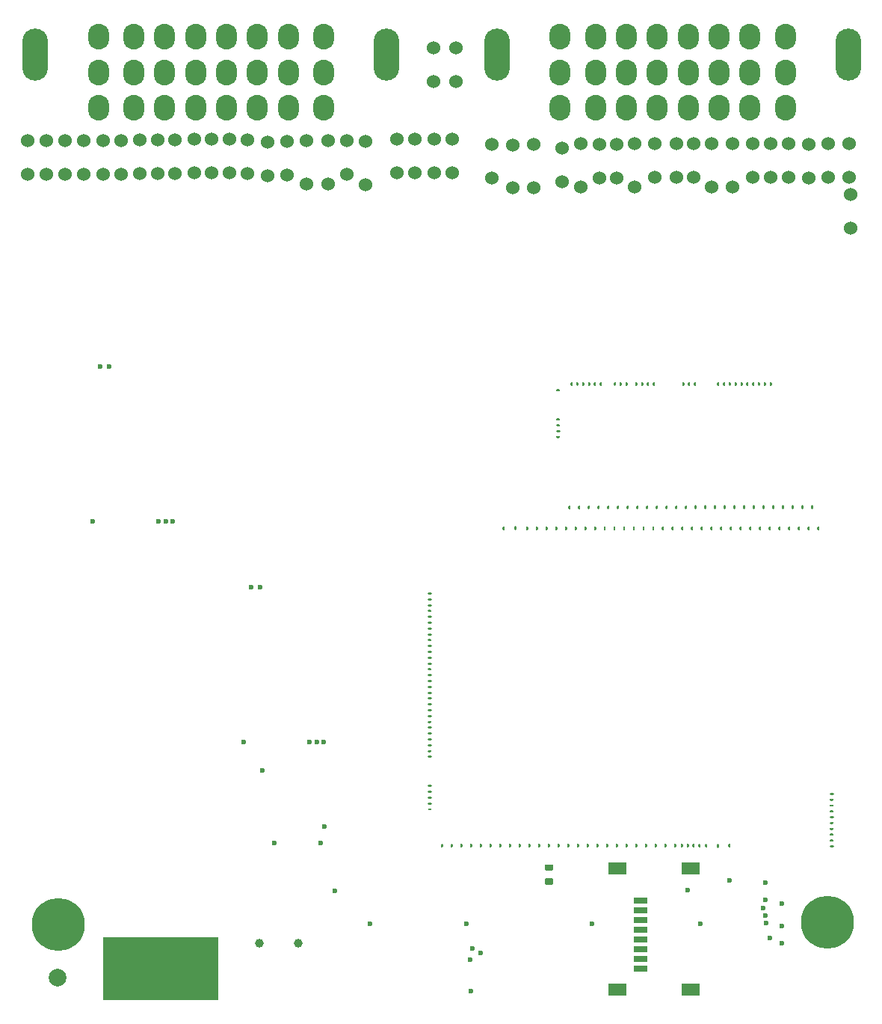
<source format=gbs>
G04 #@! TF.GenerationSoftware,KiCad,Pcbnew,(6.0.1)*
G04 #@! TF.CreationDate,2022-07-23T16:35:50+03:00*
G04 #@! TF.ProjectId,alphax_4ch,616c7068-6178-45f3-9463-682e6b696361,a*
G04 #@! TF.SameCoordinates,PX141f5e0PYa2cace0*
G04 #@! TF.FileFunction,Soldermask,Bot*
G04 #@! TF.FilePolarity,Negative*
%FSLAX46Y46*%
G04 Gerber Fmt 4.6, Leading zero omitted, Abs format (unit mm)*
G04 Created by KiCad (PCBNEW (6.0.1)) date 2022-07-23 16:35:50*
%MOMM*%
%LPD*%
G01*
G04 APERTURE LIST*
%ADD10C,0.120000*%
%ADD11R,1.500000X0.800000*%
%ADD12R,2.000000X1.450000*%
%ADD13C,0.599999*%
%ADD14C,1.524000*%
%ADD15C,6.000000*%
%ADD16O,2.900000X5.900000*%
%ADD17O,2.400000X2.900000*%
%ADD18C,1.000000*%
%ADD19C,2.000000*%
G04 APERTURE END LIST*
D10*
G04 #@! TO.C,U4*
X9850000Y200000D02*
X9850000Y7200000D01*
X9850000Y7200000D02*
X22850000Y7200000D01*
X22850000Y7200000D02*
X22850000Y200000D01*
X22850000Y200000D02*
X9850000Y200000D01*
G36*
X22850000Y200000D02*
G01*
X9850000Y200000D01*
X9850000Y7200000D01*
X22850000Y7200000D01*
X22850000Y200000D01*
G37*
X22850000Y200000D02*
X9850000Y200000D01*
X9850000Y7200000D01*
X22850000Y7200000D01*
X22850000Y200000D01*
G04 #@! TD*
G04 #@! TO.C,R96*
G36*
G01*
X60780000Y13150000D02*
X60000000Y13150000D01*
G75*
G02*
X59930000Y13220000I0J70000D01*
G01*
X59930000Y13780000D01*
G75*
G02*
X60000000Y13850000I70000J0D01*
G01*
X60780000Y13850000D01*
G75*
G02*
X60850000Y13780000I0J-70000D01*
G01*
X60850000Y13220000D01*
G75*
G02*
X60780000Y13150000I-70000J0D01*
G01*
G37*
G36*
G01*
X60780000Y14750000D02*
X60000000Y14750000D01*
G75*
G02*
X59930000Y14820000I0J70000D01*
G01*
X59930000Y15380000D01*
G75*
G02*
X60000000Y15450000I70000J0D01*
G01*
X60780000Y15450000D01*
G75*
G02*
X60850000Y15380000I0J-70000D01*
G01*
X60850000Y14820000D01*
G75*
G02*
X60780000Y14750000I-70000J0D01*
G01*
G37*
G04 #@! TD*
D11*
G04 #@! TO.C,J9*
X70770000Y11310000D03*
X70770000Y10210000D03*
X70770000Y9110000D03*
X70770000Y8010000D03*
X70770000Y6910000D03*
X70770000Y5810000D03*
X70770000Y4710000D03*
X70770000Y3610000D03*
D12*
X68170000Y14985000D03*
X76470000Y14985000D03*
X76470000Y1235000D03*
X68170000Y1235000D03*
G04 #@! TD*
D13*
G04 #@! TO.C,M4*
X84894889Y11474986D03*
X86729899Y11049978D03*
X84679891Y10499981D03*
X84894886Y9625022D03*
X84969893Y8774999D03*
X86729899Y8449983D03*
X85419899Y7150016D03*
X86729899Y6499999D03*
X80804884Y13675002D03*
X84879890Y13375000D03*
G04 #@! TD*
D14*
G04 #@! TO.C,R8*
X76750000Y93245000D03*
X76750000Y97055000D03*
G04 #@! TD*
D15*
G04 #@! TO.C,J8*
X4803000Y8619000D03*
G04 #@! TD*
D14*
G04 #@! TO.C,R59*
X45200000Y97505000D03*
X45200000Y93695000D03*
G04 #@! TD*
G04 #@! TO.C,R9*
X74800000Y93245000D03*
X74800000Y97055000D03*
G04 #@! TD*
G04 #@! TO.C,R68*
X24200000Y93695000D03*
X24200000Y97505000D03*
G04 #@! TD*
G04 #@! TO.C,F4*
X63950000Y97000000D03*
X63950000Y92100000D03*
G04 #@! TD*
G04 #@! TO.C,R91*
X94580000Y87485000D03*
X94580000Y91295000D03*
G04 #@! TD*
G04 #@! TO.C,M5*
G36*
G01*
X61299998Y63946477D02*
X61549998Y63946477D01*
G75*
G02*
X61674998Y63821477I0J-125000D01*
G01*
X61674998Y63821477D01*
G75*
G02*
X61549998Y63696477I-125000J0D01*
G01*
X61299998Y63696477D01*
G75*
G02*
X61174998Y63821477I0J125000D01*
G01*
X61174998Y63821477D01*
G75*
G02*
X61299998Y63946477I125000J0D01*
G01*
G37*
G36*
G01*
X61299998Y64606478D02*
X61549998Y64606478D01*
G75*
G02*
X61674998Y64481478I0J-125000D01*
G01*
X61674998Y64481478D01*
G75*
G02*
X61549998Y64356478I-125000J0D01*
G01*
X61299998Y64356478D01*
G75*
G02*
X61174998Y64481478I0J125000D01*
G01*
X61174998Y64481478D01*
G75*
G02*
X61299998Y64606478I125000J0D01*
G01*
G37*
G36*
G01*
X61299998Y65266479D02*
X61549998Y65266479D01*
G75*
G02*
X61674998Y65141479I0J-125000D01*
G01*
X61674998Y65141479D01*
G75*
G02*
X61549998Y65016479I-125000J0D01*
G01*
X61299998Y65016479D01*
G75*
G02*
X61174998Y65141479I0J125000D01*
G01*
X61174998Y65141479D01*
G75*
G02*
X61299998Y65266479I125000J0D01*
G01*
G37*
G36*
G01*
X61299998Y65926480D02*
X61549998Y65926480D01*
G75*
G02*
X61674998Y65801480I0J-125000D01*
G01*
X61674998Y65801480D01*
G75*
G02*
X61549998Y65676480I-125000J0D01*
G01*
X61299998Y65676480D01*
G75*
G02*
X61174998Y65801480I0J125000D01*
G01*
X61174998Y65801480D01*
G75*
G02*
X61299998Y65926480I125000J0D01*
G01*
G37*
G36*
G01*
X61299998Y69226487D02*
X61549998Y69226487D01*
G75*
G02*
X61674998Y69101487I0J-125000D01*
G01*
X61674998Y69101487D01*
G75*
G02*
X61549998Y68976487I-125000J0D01*
G01*
X61299998Y68976487D01*
G75*
G02*
X61174998Y69101487I0J125000D01*
G01*
X61174998Y69101487D01*
G75*
G02*
X61299998Y69226487I125000J0D01*
G01*
G37*
G36*
G01*
X90070000Y55727684D02*
X90070000Y55977684D01*
G75*
G02*
X90195000Y56102684I125000J0D01*
G01*
X90195000Y56102684D01*
G75*
G02*
X90320000Y55977684I0J-125000D01*
G01*
X90320000Y55727684D01*
G75*
G02*
X90195000Y55602684I-125000J0D01*
G01*
X90195000Y55602684D01*
G75*
G02*
X90070000Y55727684I0J125000D01*
G01*
G37*
G36*
G01*
X89219996Y55977684D02*
X89219996Y55727684D01*
G75*
G02*
X89094996Y55602684I-125000J0D01*
G01*
X89094996Y55602684D01*
G75*
G02*
X88969996Y55727684I0J125000D01*
G01*
X88969996Y55977684D01*
G75*
G02*
X89094996Y56102684I125000J0D01*
G01*
X89094996Y56102684D01*
G75*
G02*
X89219996Y55977684I0J-125000D01*
G01*
G37*
G36*
G01*
X88119995Y55977684D02*
X88119995Y55727684D01*
G75*
G02*
X87994995Y55602684I-125000J0D01*
G01*
X87994995Y55602684D01*
G75*
G02*
X87869995Y55727684I0J125000D01*
G01*
X87869995Y55977684D01*
G75*
G02*
X87994995Y56102684I125000J0D01*
G01*
X87994995Y56102684D01*
G75*
G02*
X88119995Y55977684I0J-125000D01*
G01*
G37*
G36*
G01*
X87019998Y55977684D02*
X87019998Y55727684D01*
G75*
G02*
X86894998Y55602684I-125000J0D01*
G01*
X86894998Y55602684D01*
G75*
G02*
X86769998Y55727684I0J125000D01*
G01*
X86769998Y55977684D01*
G75*
G02*
X86894998Y56102684I125000J0D01*
G01*
X86894998Y56102684D01*
G75*
G02*
X87019998Y55977684I0J-125000D01*
G01*
G37*
G36*
G01*
X85920000Y55977684D02*
X85920000Y55727684D01*
G75*
G02*
X85795000Y55602684I-125000J0D01*
G01*
X85795000Y55602684D01*
G75*
G02*
X85670000Y55727684I0J125000D01*
G01*
X85670000Y55977684D01*
G75*
G02*
X85795000Y56102684I125000J0D01*
G01*
X85795000Y56102684D01*
G75*
G02*
X85920000Y55977684I0J-125000D01*
G01*
G37*
G36*
G01*
X84820002Y55977684D02*
X84820002Y55727684D01*
G75*
G02*
X84695002Y55602684I-125000J0D01*
G01*
X84695002Y55602684D01*
G75*
G02*
X84570002Y55727684I0J125000D01*
G01*
X84570002Y55977684D01*
G75*
G02*
X84695002Y56102684I125000J0D01*
G01*
X84695002Y56102684D01*
G75*
G02*
X84820002Y55977684I0J-125000D01*
G01*
G37*
G36*
G01*
X83720004Y55977684D02*
X83720004Y55727684D01*
G75*
G02*
X83595004Y55602684I-125000J0D01*
G01*
X83595004Y55602684D01*
G75*
G02*
X83470004Y55727684I0J125000D01*
G01*
X83470004Y55977684D01*
G75*
G02*
X83595004Y56102684I125000J0D01*
G01*
X83595004Y56102684D01*
G75*
G02*
X83720004Y55977684I0J-125000D01*
G01*
G37*
G36*
G01*
X82620006Y55977684D02*
X82620006Y55727684D01*
G75*
G02*
X82495006Y55602684I-125000J0D01*
G01*
X82495006Y55602684D01*
G75*
G02*
X82370006Y55727684I0J125000D01*
G01*
X82370006Y55977684D01*
G75*
G02*
X82495006Y56102684I125000J0D01*
G01*
X82495006Y56102684D01*
G75*
G02*
X82620006Y55977684I0J-125000D01*
G01*
G37*
G36*
G01*
X81520009Y55977684D02*
X81520009Y55727684D01*
G75*
G02*
X81395009Y55602684I-125000J0D01*
G01*
X81395009Y55602684D01*
G75*
G02*
X81270009Y55727684I0J125000D01*
G01*
X81270009Y55977684D01*
G75*
G02*
X81395009Y56102684I125000J0D01*
G01*
X81395009Y56102684D01*
G75*
G02*
X81520009Y55977684I0J-125000D01*
G01*
G37*
G36*
G01*
X80420011Y55977684D02*
X80420011Y55727684D01*
G75*
G02*
X80295011Y55602684I-125000J0D01*
G01*
X80295011Y55602684D01*
G75*
G02*
X80170011Y55727684I0J125000D01*
G01*
X80170011Y55977684D01*
G75*
G02*
X80295011Y56102684I125000J0D01*
G01*
X80295011Y56102684D01*
G75*
G02*
X80420011Y55977684I0J-125000D01*
G01*
G37*
G36*
G01*
X79320013Y55977684D02*
X79320013Y55727684D01*
G75*
G02*
X79195013Y55602684I-125000J0D01*
G01*
X79195013Y55602684D01*
G75*
G02*
X79070013Y55727684I0J125000D01*
G01*
X79070013Y55977684D01*
G75*
G02*
X79195013Y56102684I125000J0D01*
G01*
X79195013Y56102684D01*
G75*
G02*
X79320013Y55977684I0J-125000D01*
G01*
G37*
G36*
G01*
X78220015Y55977684D02*
X78220015Y55727684D01*
G75*
G02*
X78095015Y55602684I-125000J0D01*
G01*
X78095015Y55602684D01*
G75*
G02*
X77970015Y55727684I0J125000D01*
G01*
X77970015Y55977684D01*
G75*
G02*
X78095015Y56102684I125000J0D01*
G01*
X78095015Y56102684D01*
G75*
G02*
X78220015Y55977684I0J-125000D01*
G01*
G37*
G36*
G01*
X77120017Y55977684D02*
X77120017Y55727684D01*
G75*
G02*
X76995017Y55602684I-125000J0D01*
G01*
X76995017Y55602684D01*
G75*
G02*
X76870017Y55727684I0J125000D01*
G01*
X76870017Y55977684D01*
G75*
G02*
X76995017Y56102684I125000J0D01*
G01*
X76995017Y56102684D01*
G75*
G02*
X77120017Y55977684I0J-125000D01*
G01*
G37*
G36*
G01*
X76020020Y55977684D02*
X76020020Y55727684D01*
G75*
G02*
X75895020Y55602684I-125000J0D01*
G01*
X75895020Y55602684D01*
G75*
G02*
X75770020Y55727684I0J125000D01*
G01*
X75770020Y55977684D01*
G75*
G02*
X75895020Y56102684I125000J0D01*
G01*
X75895020Y56102684D01*
G75*
G02*
X76020020Y55977684I0J-125000D01*
G01*
G37*
G36*
G01*
X74920022Y55977684D02*
X74920022Y55727684D01*
G75*
G02*
X74795022Y55602684I-125000J0D01*
G01*
X74795022Y55602684D01*
G75*
G02*
X74670022Y55727684I0J125000D01*
G01*
X74670022Y55977684D01*
G75*
G02*
X74795022Y56102684I125000J0D01*
G01*
X74795022Y56102684D01*
G75*
G02*
X74920022Y55977684I0J-125000D01*
G01*
G37*
G36*
G01*
X73820024Y55977684D02*
X73820024Y55727684D01*
G75*
G02*
X73695024Y55602684I-125000J0D01*
G01*
X73695024Y55602684D01*
G75*
G02*
X73570024Y55727684I0J125000D01*
G01*
X73570024Y55977684D01*
G75*
G02*
X73695024Y56102684I125000J0D01*
G01*
X73695024Y56102684D01*
G75*
G02*
X73820024Y55977684I0J-125000D01*
G01*
G37*
G36*
G01*
X72720026Y55977684D02*
X72720026Y55727684D01*
G75*
G02*
X72595026Y55602684I-125000J0D01*
G01*
X72595026Y55602684D01*
G75*
G02*
X72470026Y55727684I0J125000D01*
G01*
X72470026Y55977684D01*
G75*
G02*
X72595026Y56102684I125000J0D01*
G01*
X72595026Y56102684D01*
G75*
G02*
X72720026Y55977684I0J-125000D01*
G01*
G37*
G36*
G01*
X71620028Y55977684D02*
X71620028Y55727684D01*
G75*
G02*
X71495028Y55602684I-125000J0D01*
G01*
X71495028Y55602684D01*
G75*
G02*
X71370028Y55727684I0J125000D01*
G01*
X71370028Y55977684D01*
G75*
G02*
X71495028Y56102684I125000J0D01*
G01*
X71495028Y56102684D01*
G75*
G02*
X71620028Y55977684I0J-125000D01*
G01*
G37*
G36*
G01*
X70520031Y55977684D02*
X70520031Y55727684D01*
G75*
G02*
X70395031Y55602684I-125000J0D01*
G01*
X70395031Y55602684D01*
G75*
G02*
X70270031Y55727684I0J125000D01*
G01*
X70270031Y55977684D01*
G75*
G02*
X70395031Y56102684I125000J0D01*
G01*
X70395031Y56102684D01*
G75*
G02*
X70520031Y55977684I0J-125000D01*
G01*
G37*
G36*
G01*
X69420033Y55977684D02*
X69420033Y55727684D01*
G75*
G02*
X69295033Y55602684I-125000J0D01*
G01*
X69295033Y55602684D01*
G75*
G02*
X69170033Y55727684I0J125000D01*
G01*
X69170033Y55977684D01*
G75*
G02*
X69295033Y56102684I125000J0D01*
G01*
X69295033Y56102684D01*
G75*
G02*
X69420033Y55977684I0J-125000D01*
G01*
G37*
G36*
G01*
X68320035Y55977684D02*
X68320035Y55727684D01*
G75*
G02*
X68195035Y55602684I-125000J0D01*
G01*
X68195035Y55602684D01*
G75*
G02*
X68070035Y55727684I0J125000D01*
G01*
X68070035Y55977684D01*
G75*
G02*
X68195035Y56102684I125000J0D01*
G01*
X68195035Y56102684D01*
G75*
G02*
X68320035Y55977684I0J-125000D01*
G01*
G37*
G36*
G01*
X67220037Y55977684D02*
X67220037Y55727684D01*
G75*
G02*
X67095037Y55602684I-125000J0D01*
G01*
X67095037Y55602684D01*
G75*
G02*
X66970037Y55727684I0J125000D01*
G01*
X66970037Y55977684D01*
G75*
G02*
X67095037Y56102684I125000J0D01*
G01*
X67095037Y56102684D01*
G75*
G02*
X67220037Y55977684I0J-125000D01*
G01*
G37*
G36*
G01*
X66120039Y55977684D02*
X66120039Y55727684D01*
G75*
G02*
X65995039Y55602684I-125000J0D01*
G01*
X65995039Y55602684D01*
G75*
G02*
X65870039Y55727684I0J125000D01*
G01*
X65870039Y55977684D01*
G75*
G02*
X65995039Y56102684I125000J0D01*
G01*
X65995039Y56102684D01*
G75*
G02*
X66120039Y55977684I0J-125000D01*
G01*
G37*
G36*
G01*
X65020042Y55977684D02*
X65020042Y55727684D01*
G75*
G02*
X64895042Y55602684I-125000J0D01*
G01*
X64895042Y55602684D01*
G75*
G02*
X64770042Y55727684I0J125000D01*
G01*
X64770042Y55977684D01*
G75*
G02*
X64895042Y56102684I125000J0D01*
G01*
X64895042Y56102684D01*
G75*
G02*
X65020042Y55977684I0J-125000D01*
G01*
G37*
G36*
G01*
X63920044Y55977684D02*
X63920044Y55727684D01*
G75*
G02*
X63795044Y55602684I-125000J0D01*
G01*
X63795044Y55602684D01*
G75*
G02*
X63670044Y55727684I0J125000D01*
G01*
X63670044Y55977684D01*
G75*
G02*
X63795044Y56102684I125000J0D01*
G01*
X63795044Y56102684D01*
G75*
G02*
X63920044Y55977684I0J-125000D01*
G01*
G37*
G36*
G01*
X62820046Y55977684D02*
X62820046Y55727684D01*
G75*
G02*
X62695046Y55602684I-125000J0D01*
G01*
X62695046Y55602684D01*
G75*
G02*
X62570046Y55727684I0J125000D01*
G01*
X62570046Y55977684D01*
G75*
G02*
X62695046Y56102684I125000J0D01*
G01*
X62695046Y56102684D01*
G75*
G02*
X62820046Y55977684I0J-125000D01*
G01*
G37*
G36*
G01*
X63070990Y69939683D02*
X63070990Y69689683D01*
G75*
G02*
X62945990Y69564683I-125000J0D01*
G01*
X62945990Y69564683D01*
G75*
G02*
X62820990Y69689683I0J125000D01*
G01*
X62820990Y69939683D01*
G75*
G02*
X62945990Y70064683I125000J0D01*
G01*
X62945990Y70064683D01*
G75*
G02*
X63070990Y69939683I0J-125000D01*
G01*
G37*
G36*
G01*
X63730992Y69939683D02*
X63730992Y69689683D01*
G75*
G02*
X63605992Y69564683I-125000J0D01*
G01*
X63605992Y69564683D01*
G75*
G02*
X63480992Y69689683I0J125000D01*
G01*
X63480992Y69939683D01*
G75*
G02*
X63605992Y70064683I125000J0D01*
G01*
X63605992Y70064683D01*
G75*
G02*
X63730992Y69939683I0J-125000D01*
G01*
G37*
G36*
G01*
X64390993Y69939683D02*
X64390993Y69689683D01*
G75*
G02*
X64265993Y69564683I-125000J0D01*
G01*
X64265993Y69564683D01*
G75*
G02*
X64140993Y69689683I0J125000D01*
G01*
X64140993Y69939683D01*
G75*
G02*
X64265993Y70064683I125000J0D01*
G01*
X64265993Y70064683D01*
G75*
G02*
X64390993Y69939683I0J-125000D01*
G01*
G37*
G36*
G01*
X65050994Y69939683D02*
X65050994Y69689683D01*
G75*
G02*
X64925994Y69564683I-125000J0D01*
G01*
X64925994Y69564683D01*
G75*
G02*
X64800994Y69689683I0J125000D01*
G01*
X64800994Y69939683D01*
G75*
G02*
X64925994Y70064683I125000J0D01*
G01*
X64925994Y70064683D01*
G75*
G02*
X65050994Y69939683I0J-125000D01*
G01*
G37*
G36*
G01*
X65710995Y69939683D02*
X65710995Y69689683D01*
G75*
G02*
X65585995Y69564683I-125000J0D01*
G01*
X65585995Y69564683D01*
G75*
G02*
X65460995Y69689683I0J125000D01*
G01*
X65460995Y69939683D01*
G75*
G02*
X65585995Y70064683I125000J0D01*
G01*
X65585995Y70064683D01*
G75*
G02*
X65710995Y69939683I0J-125000D01*
G01*
G37*
G36*
G01*
X66370997Y69939683D02*
X66370997Y69689683D01*
G75*
G02*
X66245997Y69564683I-125000J0D01*
G01*
X66245997Y69564683D01*
G75*
G02*
X66120997Y69689683I0J125000D01*
G01*
X66120997Y69939683D01*
G75*
G02*
X66245997Y70064683I125000J0D01*
G01*
X66245997Y70064683D01*
G75*
G02*
X66370997Y69939683I0J-125000D01*
G01*
G37*
G36*
G01*
X67971994Y69939683D02*
X67971994Y69689683D01*
G75*
G02*
X67846994Y69564683I-125000J0D01*
G01*
X67846994Y69564683D01*
G75*
G02*
X67721994Y69689683I0J125000D01*
G01*
X67721994Y69939683D01*
G75*
G02*
X67846994Y70064683I125000J0D01*
G01*
X67846994Y70064683D01*
G75*
G02*
X67971994Y69939683I0J-125000D01*
G01*
G37*
G36*
G01*
X68631995Y69939683D02*
X68631995Y69689683D01*
G75*
G02*
X68506995Y69564683I-125000J0D01*
G01*
X68506995Y69564683D01*
G75*
G02*
X68381995Y69689683I0J125000D01*
G01*
X68381995Y69939683D01*
G75*
G02*
X68506995Y70064683I125000J0D01*
G01*
X68506995Y70064683D01*
G75*
G02*
X68631995Y69939683I0J-125000D01*
G01*
G37*
G36*
G01*
X69291997Y69939683D02*
X69291997Y69689683D01*
G75*
G02*
X69166997Y69564683I-125000J0D01*
G01*
X69166997Y69564683D01*
G75*
G02*
X69041997Y69689683I0J125000D01*
G01*
X69041997Y69939683D01*
G75*
G02*
X69166997Y70064683I125000J0D01*
G01*
X69166997Y70064683D01*
G75*
G02*
X69291997Y69939683I0J-125000D01*
G01*
G37*
G36*
G01*
X70412896Y69939683D02*
X70412896Y69689683D01*
G75*
G02*
X70287896Y69564683I-125000J0D01*
G01*
X70287896Y69564683D01*
G75*
G02*
X70162896Y69689683I0J125000D01*
G01*
X70162896Y69939683D01*
G75*
G02*
X70287896Y70064683I125000J0D01*
G01*
X70287896Y70064683D01*
G75*
G02*
X70412896Y69939683I0J-125000D01*
G01*
G37*
G36*
G01*
X71072897Y69939683D02*
X71072897Y69689683D01*
G75*
G02*
X70947897Y69564683I-125000J0D01*
G01*
X70947897Y69564683D01*
G75*
G02*
X70822897Y69689683I0J125000D01*
G01*
X70822897Y69939683D01*
G75*
G02*
X70947897Y70064683I125000J0D01*
G01*
X70947897Y70064683D01*
G75*
G02*
X71072897Y69939683I0J-125000D01*
G01*
G37*
G36*
G01*
X71732898Y69939683D02*
X71732898Y69689683D01*
G75*
G02*
X71607898Y69564683I-125000J0D01*
G01*
X71607898Y69564683D01*
G75*
G02*
X71482898Y69689683I0J125000D01*
G01*
X71482898Y69939683D01*
G75*
G02*
X71607898Y70064683I125000J0D01*
G01*
X71607898Y70064683D01*
G75*
G02*
X71732898Y69939683I0J-125000D01*
G01*
G37*
G36*
G01*
X72392900Y69939683D02*
X72392900Y69689683D01*
G75*
G02*
X72267900Y69564683I-125000J0D01*
G01*
X72267900Y69564683D01*
G75*
G02*
X72142900Y69689683I0J125000D01*
G01*
X72142900Y69939683D01*
G75*
G02*
X72267900Y70064683I125000J0D01*
G01*
X72267900Y70064683D01*
G75*
G02*
X72392900Y69939683I0J-125000D01*
G01*
G37*
G36*
G01*
X75718994Y69939683D02*
X75718994Y69689683D01*
G75*
G02*
X75593994Y69564683I-125000J0D01*
G01*
X75593994Y69564683D01*
G75*
G02*
X75468994Y69689683I0J125000D01*
G01*
X75468994Y69939683D01*
G75*
G02*
X75593994Y70064683I125000J0D01*
G01*
X75593994Y70064683D01*
G75*
G02*
X75718994Y69939683I0J-125000D01*
G01*
G37*
G36*
G01*
X76378995Y69939683D02*
X76378995Y69689683D01*
G75*
G02*
X76253995Y69564683I-125000J0D01*
G01*
X76253995Y69564683D01*
G75*
G02*
X76128995Y69689683I0J125000D01*
G01*
X76128995Y69939683D01*
G75*
G02*
X76253995Y70064683I125000J0D01*
G01*
X76253995Y70064683D01*
G75*
G02*
X76378995Y69939683I0J-125000D01*
G01*
G37*
G36*
G01*
X77038997Y69939683D02*
X77038997Y69689683D01*
G75*
G02*
X76913997Y69564683I-125000J0D01*
G01*
X76913997Y69564683D01*
G75*
G02*
X76788997Y69689683I0J125000D01*
G01*
X76788997Y69939683D01*
G75*
G02*
X76913997Y70064683I125000J0D01*
G01*
X76913997Y70064683D01*
G75*
G02*
X77038997Y69939683I0J-125000D01*
G01*
G37*
G36*
G01*
X79684988Y69939683D02*
X79684988Y69689683D01*
G75*
G02*
X79559988Y69564683I-125000J0D01*
G01*
X79559988Y69564683D01*
G75*
G02*
X79434988Y69689683I0J125000D01*
G01*
X79434988Y69939683D01*
G75*
G02*
X79559988Y70064683I125000J0D01*
G01*
X79559988Y70064683D01*
G75*
G02*
X79684988Y69939683I0J-125000D01*
G01*
G37*
G36*
G01*
X80344989Y69939683D02*
X80344989Y69689683D01*
G75*
G02*
X80219989Y69564683I-125000J0D01*
G01*
X80219989Y69564683D01*
G75*
G02*
X80094989Y69689683I0J125000D01*
G01*
X80094989Y69939683D01*
G75*
G02*
X80219989Y70064683I125000J0D01*
G01*
X80219989Y70064683D01*
G75*
G02*
X80344989Y69939683I0J-125000D01*
G01*
G37*
G36*
G01*
X81004991Y69939683D02*
X81004991Y69689683D01*
G75*
G02*
X80879991Y69564683I-125000J0D01*
G01*
X80879991Y69564683D01*
G75*
G02*
X80754991Y69689683I0J125000D01*
G01*
X80754991Y69939683D01*
G75*
G02*
X80879991Y70064683I125000J0D01*
G01*
X80879991Y70064683D01*
G75*
G02*
X81004991Y69939683I0J-125000D01*
G01*
G37*
G36*
G01*
X81664992Y69939683D02*
X81664992Y69689683D01*
G75*
G02*
X81539992Y69564683I-125000J0D01*
G01*
X81539992Y69564683D01*
G75*
G02*
X81414992Y69689683I0J125000D01*
G01*
X81414992Y69939683D01*
G75*
G02*
X81539992Y70064683I125000J0D01*
G01*
X81539992Y70064683D01*
G75*
G02*
X81664992Y69939683I0J-125000D01*
G01*
G37*
G36*
G01*
X82324993Y69939683D02*
X82324993Y69689683D01*
G75*
G02*
X82199993Y69564683I-125000J0D01*
G01*
X82199993Y69564683D01*
G75*
G02*
X82074993Y69689683I0J125000D01*
G01*
X82074993Y69939683D01*
G75*
G02*
X82199993Y70064683I125000J0D01*
G01*
X82199993Y70064683D01*
G75*
G02*
X82324993Y69939683I0J-125000D01*
G01*
G37*
G36*
G01*
X82984994Y69939683D02*
X82984994Y69689683D01*
G75*
G02*
X82859994Y69564683I-125000J0D01*
G01*
X82859994Y69564683D01*
G75*
G02*
X82734994Y69689683I0J125000D01*
G01*
X82734994Y69939683D01*
G75*
G02*
X82859994Y70064683I125000J0D01*
G01*
X82859994Y70064683D01*
G75*
G02*
X82984994Y69939683I0J-125000D01*
G01*
G37*
G36*
G01*
X83644996Y69939683D02*
X83644996Y69689683D01*
G75*
G02*
X83519996Y69564683I-125000J0D01*
G01*
X83519996Y69564683D01*
G75*
G02*
X83394996Y69689683I0J125000D01*
G01*
X83394996Y69939683D01*
G75*
G02*
X83519996Y70064683I125000J0D01*
G01*
X83519996Y70064683D01*
G75*
G02*
X83644996Y69939683I0J-125000D01*
G01*
G37*
G36*
G01*
X84304997Y69939683D02*
X84304997Y69689683D01*
G75*
G02*
X84179997Y69564683I-125000J0D01*
G01*
X84179997Y69564683D01*
G75*
G02*
X84054997Y69689683I0J125000D01*
G01*
X84054997Y69939683D01*
G75*
G02*
X84179997Y70064683I125000J0D01*
G01*
X84179997Y70064683D01*
G75*
G02*
X84304997Y69939683I0J-125000D01*
G01*
G37*
G36*
G01*
X84964998Y69939683D02*
X84964998Y69689683D01*
G75*
G02*
X84839998Y69564683I-125000J0D01*
G01*
X84839998Y69564683D01*
G75*
G02*
X84714998Y69689683I0J125000D01*
G01*
X84714998Y69939683D01*
G75*
G02*
X84839998Y70064683I125000J0D01*
G01*
X84839998Y70064683D01*
G75*
G02*
X84964998Y69939683I0J-125000D01*
G01*
G37*
G36*
G01*
X85625000Y69939683D02*
X85625000Y69689683D01*
G75*
G02*
X85500000Y69564683I-125000J0D01*
G01*
X85500000Y69564683D01*
G75*
G02*
X85375000Y69689683I0J125000D01*
G01*
X85375000Y69939683D01*
G75*
G02*
X85500000Y70064683I125000J0D01*
G01*
X85500000Y70064683D01*
G75*
G02*
X85625000Y69939683I0J-125000D01*
G01*
G37*
G04 #@! TD*
D16*
G04 #@! TO.C,P2*
X42000000Y107100000D03*
X2200000Y107100000D03*
D17*
X9350000Y101100000D03*
X13350000Y101100000D03*
X16850000Y101100000D03*
X20350000Y101100000D03*
X23850000Y101100000D03*
X27350000Y101100000D03*
X30850000Y101100000D03*
X34850000Y101100000D03*
X9350000Y105100000D03*
X13350000Y105100000D03*
X16850000Y105100000D03*
X20350000Y105100000D03*
X23850000Y105100000D03*
X27350000Y105100000D03*
X30850000Y105100000D03*
X34850000Y105100000D03*
X9350000Y109100000D03*
X13350000Y109100000D03*
X16850000Y109100000D03*
X20350000Y109100000D03*
X23850000Y109100000D03*
X27350000Y109100000D03*
X30850000Y109100000D03*
X34850000Y109100000D03*
G04 #@! TD*
D14*
G04 #@! TO.C,R11*
X47350000Y104095000D03*
X47350000Y107905000D03*
G04 #@! TD*
G04 #@! TO.C,R6*
X92050000Y93195000D03*
X92050000Y97005000D03*
G04 #@! TD*
G04 #@! TO.C,R60*
X43200000Y93695000D03*
X43200000Y97505000D03*
G04 #@! TD*
D18*
G04 #@! TO.C,J1*
X32000000Y6500000D03*
X27600000Y6500000D03*
G04 #@! TD*
D14*
G04 #@! TO.C,R66*
X3450000Y93561701D03*
X3450000Y97371701D03*
G04 #@! TD*
G04 #@! TO.C,R17*
X68050000Y93145000D03*
X68050000Y96955000D03*
G04 #@! TD*
G04 #@! TO.C,R63*
X22200000Y93695000D03*
X22200000Y97505000D03*
G04 #@! TD*
G04 #@! TO.C,R16*
X72350000Y93195000D03*
X72350000Y97005000D03*
G04 #@! TD*
G04 #@! TO.C,R70*
X11950000Y93595000D03*
X11950000Y97405000D03*
G04 #@! TD*
D13*
G04 #@! TO.C,M7*
X51750003Y5925001D03*
X52625005Y5400001D03*
X51450001Y4650003D03*
X51525004Y1100002D03*
G04 #@! TD*
G04 #@! TO.C,M1*
X27937888Y26083984D03*
X29262892Y17858984D03*
X34495386Y17876489D03*
X34987892Y19758985D03*
X36112878Y12408992D03*
G04 #@! TD*
G04 #@! TO.C,M3*
X25775000Y29300000D03*
X33275000Y29300000D03*
X34075000Y29300000D03*
X34875000Y29300000D03*
X27675000Y46825000D03*
X26675000Y46825000D03*
G04 #@! TD*
D14*
G04 #@! TO.C,R10*
X66100000Y93145000D03*
X66100000Y96955000D03*
G04 #@! TD*
G04 #@! TO.C,R62*
X28500000Y93395000D03*
X28500000Y97205000D03*
G04 #@! TD*
G04 #@! TO.C,R65*
X9850000Y93595000D03*
X9850000Y97405000D03*
G04 #@! TD*
G04 #@! TO.C,F7*
X32900000Y97399979D03*
X32900000Y92499979D03*
G04 #@! TD*
G04 #@! TO.C,R58*
X1347390Y93561701D03*
X1347390Y97371701D03*
G04 #@! TD*
G04 #@! TO.C,R56*
X14000000Y93645000D03*
X14000000Y97455000D03*
G04 #@! TD*
G04 #@! TO.C,R19*
X53950000Y93145000D03*
X53950000Y96955000D03*
G04 #@! TD*
G04 #@! TO.C,R67*
X26250000Y93645000D03*
X26250000Y97455000D03*
G04 #@! TD*
G04 #@! TO.C,F1*
X81196000Y96995000D03*
X81196000Y92095000D03*
G04 #@! TD*
G04 #@! TO.C,R14*
X89800000Y96955000D03*
X89800000Y93145000D03*
G04 #@! TD*
G04 #@! TO.C,R64*
X16050000Y93645000D03*
X16050000Y97455000D03*
G04 #@! TD*
G04 #@! TO.C,F3*
X70100000Y97000000D03*
X70100000Y92100000D03*
G04 #@! TD*
G04 #@! TO.C,R71*
X5600000Y93545000D03*
X5600000Y97355000D03*
G04 #@! TD*
G04 #@! TO.C,R61*
X30700000Y93445000D03*
X30700000Y97255000D03*
G04 #@! TD*
D15*
G04 #@! TO.C,J7*
X91948000Y8873000D03*
G04 #@! TD*
D14*
G04 #@! TO.C,R69*
X18050000Y93645000D03*
X18050000Y97455000D03*
G04 #@! TD*
G04 #@! TO.C,R55*
X20200000Y93695000D03*
X20200000Y97505000D03*
G04 #@! TD*
G04 #@! TO.C,F8*
X39600000Y97299979D03*
X39600000Y92399979D03*
G04 #@! TD*
G04 #@! TO.C,R54*
X37450000Y93595000D03*
X37450000Y97405000D03*
G04 #@! TD*
G04 #@! TO.C,R52*
X47400000Y93695000D03*
X47400000Y97505000D03*
G04 #@! TD*
G04 #@! TO.C,M6*
G36*
G01*
X46760503Y21803625D02*
X47010503Y21803625D01*
G75*
G02*
X47135503Y21678625I0J-125000D01*
G01*
X47135503Y21678625D01*
G75*
G02*
X47010503Y21553625I-125000J0D01*
G01*
X46760503Y21553625D01*
G75*
G02*
X46635503Y21678625I0J125000D01*
G01*
X46635503Y21678625D01*
G75*
G02*
X46760503Y21803625I125000J0D01*
G01*
G37*
G36*
G01*
X47010503Y22213623D02*
X46760503Y22213623D01*
G75*
G02*
X46635503Y22338623I0J125000D01*
G01*
X46635503Y22338623D01*
G75*
G02*
X46760503Y22463623I125000J0D01*
G01*
X47010503Y22463623D01*
G75*
G02*
X47135503Y22338623I0J-125000D01*
G01*
X47135503Y22338623D01*
G75*
G02*
X47010503Y22213623I-125000J0D01*
G01*
G37*
G36*
G01*
X47010503Y22873628D02*
X46760503Y22873628D01*
G75*
G02*
X46635503Y22998628I0J125000D01*
G01*
X46635503Y22998628D01*
G75*
G02*
X46760503Y23123628I125000J0D01*
G01*
X47010503Y23123628D01*
G75*
G02*
X47135503Y22998628I0J-125000D01*
G01*
X47135503Y22998628D01*
G75*
G02*
X47010503Y22873628I-125000J0D01*
G01*
G37*
G36*
G01*
X47010503Y23533623D02*
X46760503Y23533623D01*
G75*
G02*
X46635503Y23658623I0J125000D01*
G01*
X46635503Y23658623D01*
G75*
G02*
X46760503Y23783623I125000J0D01*
G01*
X47010503Y23783623D01*
G75*
G02*
X47135503Y23658623I0J-125000D01*
G01*
X47135503Y23658623D01*
G75*
G02*
X47010503Y23533623I-125000J0D01*
G01*
G37*
G36*
G01*
X47010503Y24193625D02*
X46760503Y24193625D01*
G75*
G02*
X46635503Y24318625I0J125000D01*
G01*
X46635503Y24318625D01*
G75*
G02*
X46760503Y24443625I125000J0D01*
G01*
X47010503Y24443625D01*
G75*
G02*
X47135503Y24318625I0J-125000D01*
G01*
X47135503Y24318625D01*
G75*
G02*
X47010503Y24193625I-125000J0D01*
G01*
G37*
G36*
G01*
X47010503Y27493626D02*
X46760503Y27493626D01*
G75*
G02*
X46635503Y27618626I0J125000D01*
G01*
X46635503Y27618626D01*
G75*
G02*
X46760503Y27743626I125000J0D01*
G01*
X47010503Y27743626D01*
G75*
G02*
X47135503Y27618626I0J-125000D01*
G01*
X47135503Y27618626D01*
G75*
G02*
X47010503Y27493626I-125000J0D01*
G01*
G37*
G36*
G01*
X47010503Y28153627D02*
X46760503Y28153627D01*
G75*
G02*
X46635503Y28278627I0J125000D01*
G01*
X46635503Y28278627D01*
G75*
G02*
X46760503Y28403627I125000J0D01*
G01*
X47010503Y28403627D01*
G75*
G02*
X47135503Y28278627I0J-125000D01*
G01*
X47135503Y28278627D01*
G75*
G02*
X47010503Y28153627I-125000J0D01*
G01*
G37*
G36*
G01*
X47010503Y28813629D02*
X46760503Y28813629D01*
G75*
G02*
X46635503Y28938629I0J125000D01*
G01*
X46635503Y28938629D01*
G75*
G02*
X46760503Y29063629I125000J0D01*
G01*
X47010503Y29063629D01*
G75*
G02*
X47135503Y28938629I0J-125000D01*
G01*
X47135503Y28938629D01*
G75*
G02*
X47010503Y28813629I-125000J0D01*
G01*
G37*
G36*
G01*
X47010503Y29473627D02*
X46760503Y29473627D01*
G75*
G02*
X46635503Y29598627I0J125000D01*
G01*
X46635503Y29598627D01*
G75*
G02*
X46760503Y29723627I125000J0D01*
G01*
X47010503Y29723627D01*
G75*
G02*
X47135503Y29598627I0J-125000D01*
G01*
X47135503Y29598627D01*
G75*
G02*
X47010503Y29473627I-125000J0D01*
G01*
G37*
G36*
G01*
X47010503Y30133629D02*
X46760503Y30133629D01*
G75*
G02*
X46635503Y30258629I0J125000D01*
G01*
X46635503Y30258629D01*
G75*
G02*
X46760503Y30383629I125000J0D01*
G01*
X47010503Y30383629D01*
G75*
G02*
X47135503Y30258629I0J-125000D01*
G01*
X47135503Y30258629D01*
G75*
G02*
X47010503Y30133629I-125000J0D01*
G01*
G37*
G36*
G01*
X47010503Y30793627D02*
X46760503Y30793627D01*
G75*
G02*
X46635503Y30918627I0J125000D01*
G01*
X46635503Y30918627D01*
G75*
G02*
X46760503Y31043627I125000J0D01*
G01*
X47010503Y31043627D01*
G75*
G02*
X47135503Y30918627I0J-125000D01*
G01*
X47135503Y30918627D01*
G75*
G02*
X47010503Y30793627I-125000J0D01*
G01*
G37*
G36*
G01*
X47010503Y31453628D02*
X46760503Y31453628D01*
G75*
G02*
X46635503Y31578628I0J125000D01*
G01*
X46635503Y31578628D01*
G75*
G02*
X46760503Y31703628I125000J0D01*
G01*
X47010503Y31703628D01*
G75*
G02*
X47135503Y31578628I0J-125000D01*
G01*
X47135503Y31578628D01*
G75*
G02*
X47010503Y31453628I-125000J0D01*
G01*
G37*
G36*
G01*
X47010503Y32113627D02*
X46760503Y32113627D01*
G75*
G02*
X46635503Y32238627I0J125000D01*
G01*
X46635503Y32238627D01*
G75*
G02*
X46760503Y32363627I125000J0D01*
G01*
X47010503Y32363627D01*
G75*
G02*
X47135503Y32238627I0J-125000D01*
G01*
X47135503Y32238627D01*
G75*
G02*
X47010503Y32113627I-125000J0D01*
G01*
G37*
G36*
G01*
X47010503Y32773628D02*
X46760503Y32773628D01*
G75*
G02*
X46635503Y32898628I0J125000D01*
G01*
X46635503Y32898628D01*
G75*
G02*
X46760503Y33023628I125000J0D01*
G01*
X47010503Y33023628D01*
G75*
G02*
X47135503Y32898628I0J-125000D01*
G01*
X47135503Y32898628D01*
G75*
G02*
X47010503Y32773628I-125000J0D01*
G01*
G37*
G36*
G01*
X47010503Y33433627D02*
X46760503Y33433627D01*
G75*
G02*
X46635503Y33558627I0J125000D01*
G01*
X46635503Y33558627D01*
G75*
G02*
X46760503Y33683627I125000J0D01*
G01*
X47010503Y33683627D01*
G75*
G02*
X47135503Y33558627I0J-125000D01*
G01*
X47135503Y33558627D01*
G75*
G02*
X47010503Y33433627I-125000J0D01*
G01*
G37*
G36*
G01*
X47010503Y34093628D02*
X46760503Y34093628D01*
G75*
G02*
X46635503Y34218628I0J125000D01*
G01*
X46635503Y34218628D01*
G75*
G02*
X46760503Y34343628I125000J0D01*
G01*
X47010503Y34343628D01*
G75*
G02*
X47135503Y34218628I0J-125000D01*
G01*
X47135503Y34218628D01*
G75*
G02*
X47010503Y34093628I-125000J0D01*
G01*
G37*
G36*
G01*
X47010503Y34753627D02*
X46760503Y34753627D01*
G75*
G02*
X46635503Y34878627I0J125000D01*
G01*
X46635503Y34878627D01*
G75*
G02*
X46760503Y35003627I125000J0D01*
G01*
X47010503Y35003627D01*
G75*
G02*
X47135503Y34878627I0J-125000D01*
G01*
X47135503Y34878627D01*
G75*
G02*
X47010503Y34753627I-125000J0D01*
G01*
G37*
G36*
G01*
X47010503Y35413628D02*
X46760503Y35413628D01*
G75*
G02*
X46635503Y35538628I0J125000D01*
G01*
X46635503Y35538628D01*
G75*
G02*
X46760503Y35663628I125000J0D01*
G01*
X47010503Y35663628D01*
G75*
G02*
X47135503Y35538628I0J-125000D01*
G01*
X47135503Y35538628D01*
G75*
G02*
X47010503Y35413628I-125000J0D01*
G01*
G37*
G36*
G01*
X47010503Y36073627D02*
X46760503Y36073627D01*
G75*
G02*
X46635503Y36198627I0J125000D01*
G01*
X46635503Y36198627D01*
G75*
G02*
X46760503Y36323627I125000J0D01*
G01*
X47010503Y36323627D01*
G75*
G02*
X47135503Y36198627I0J-125000D01*
G01*
X47135503Y36198627D01*
G75*
G02*
X47010503Y36073627I-125000J0D01*
G01*
G37*
G36*
G01*
X47010503Y36733628D02*
X46760503Y36733628D01*
G75*
G02*
X46635503Y36858628I0J125000D01*
G01*
X46635503Y36858628D01*
G75*
G02*
X46760503Y36983628I125000J0D01*
G01*
X47010503Y36983628D01*
G75*
G02*
X47135503Y36858628I0J-125000D01*
G01*
X47135503Y36858628D01*
G75*
G02*
X47010503Y36733628I-125000J0D01*
G01*
G37*
G36*
G01*
X47010503Y37393627D02*
X46760503Y37393627D01*
G75*
G02*
X46635503Y37518627I0J125000D01*
G01*
X46635503Y37518627D01*
G75*
G02*
X46760503Y37643627I125000J0D01*
G01*
X47010503Y37643627D01*
G75*
G02*
X47135503Y37518627I0J-125000D01*
G01*
X47135503Y37518627D01*
G75*
G02*
X47010503Y37393627I-125000J0D01*
G01*
G37*
G36*
G01*
X47010503Y38053628D02*
X46760503Y38053628D01*
G75*
G02*
X46635503Y38178628I0J125000D01*
G01*
X46635503Y38178628D01*
G75*
G02*
X46760503Y38303628I125000J0D01*
G01*
X47010503Y38303628D01*
G75*
G02*
X47135503Y38178628I0J-125000D01*
G01*
X47135503Y38178628D01*
G75*
G02*
X47010503Y38053628I-125000J0D01*
G01*
G37*
G36*
G01*
X47010503Y38713627D02*
X46760503Y38713627D01*
G75*
G02*
X46635503Y38838627I0J125000D01*
G01*
X46635503Y38838627D01*
G75*
G02*
X46760503Y38963627I125000J0D01*
G01*
X47010503Y38963627D01*
G75*
G02*
X47135503Y38838627I0J-125000D01*
G01*
X47135503Y38838627D01*
G75*
G02*
X47010503Y38713627I-125000J0D01*
G01*
G37*
G36*
G01*
X47010503Y39373628D02*
X46760503Y39373628D01*
G75*
G02*
X46635503Y39498628I0J125000D01*
G01*
X46635503Y39498628D01*
G75*
G02*
X46760503Y39623628I125000J0D01*
G01*
X47010503Y39623628D01*
G75*
G02*
X47135503Y39498628I0J-125000D01*
G01*
X47135503Y39498628D01*
G75*
G02*
X47010503Y39373628I-125000J0D01*
G01*
G37*
G36*
G01*
X47010503Y40033627D02*
X46760503Y40033627D01*
G75*
G02*
X46635503Y40158627I0J125000D01*
G01*
X46635503Y40158627D01*
G75*
G02*
X46760503Y40283627I125000J0D01*
G01*
X47010503Y40283627D01*
G75*
G02*
X47135503Y40158627I0J-125000D01*
G01*
X47135503Y40158627D01*
G75*
G02*
X47010503Y40033627I-125000J0D01*
G01*
G37*
G36*
G01*
X47010503Y40693628D02*
X46760503Y40693628D01*
G75*
G02*
X46635503Y40818628I0J125000D01*
G01*
X46635503Y40818628D01*
G75*
G02*
X46760503Y40943628I125000J0D01*
G01*
X47010503Y40943628D01*
G75*
G02*
X47135503Y40818628I0J-125000D01*
G01*
X47135503Y40818628D01*
G75*
G02*
X47010503Y40693628I-125000J0D01*
G01*
G37*
G36*
G01*
X47010503Y41353626D02*
X46760503Y41353626D01*
G75*
G02*
X46635503Y41478626I0J125000D01*
G01*
X46635503Y41478626D01*
G75*
G02*
X46760503Y41603626I125000J0D01*
G01*
X47010503Y41603626D01*
G75*
G02*
X47135503Y41478626I0J-125000D01*
G01*
X47135503Y41478626D01*
G75*
G02*
X47010503Y41353626I-125000J0D01*
G01*
G37*
G36*
G01*
X47010503Y42013628D02*
X46760503Y42013628D01*
G75*
G02*
X46635503Y42138628I0J125000D01*
G01*
X46635503Y42138628D01*
G75*
G02*
X46760503Y42263628I125000J0D01*
G01*
X47010503Y42263628D01*
G75*
G02*
X47135503Y42138628I0J-125000D01*
G01*
X47135503Y42138628D01*
G75*
G02*
X47010503Y42013628I-125000J0D01*
G01*
G37*
G36*
G01*
X47010503Y42673626D02*
X46760503Y42673626D01*
G75*
G02*
X46635503Y42798626I0J125000D01*
G01*
X46635503Y42798626D01*
G75*
G02*
X46760503Y42923626I125000J0D01*
G01*
X47010503Y42923626D01*
G75*
G02*
X47135503Y42798626I0J-125000D01*
G01*
X47135503Y42798626D01*
G75*
G02*
X47010503Y42673626I-125000J0D01*
G01*
G37*
G36*
G01*
X47010503Y43333628D02*
X46760503Y43333628D01*
G75*
G02*
X46635503Y43458628I0J125000D01*
G01*
X46635503Y43458628D01*
G75*
G02*
X46760503Y43583628I125000J0D01*
G01*
X47010503Y43583628D01*
G75*
G02*
X47135503Y43458628I0J-125000D01*
G01*
X47135503Y43458628D01*
G75*
G02*
X47010503Y43333628I-125000J0D01*
G01*
G37*
G36*
G01*
X47010503Y43993626D02*
X46760503Y43993626D01*
G75*
G02*
X46635503Y44118626I0J125000D01*
G01*
X46635503Y44118626D01*
G75*
G02*
X46760503Y44243626I125000J0D01*
G01*
X47010503Y44243626D01*
G75*
G02*
X47135503Y44118626I0J-125000D01*
G01*
X47135503Y44118626D01*
G75*
G02*
X47010503Y43993626I-125000J0D01*
G01*
G37*
G36*
G01*
X47010503Y44653627D02*
X46760503Y44653627D01*
G75*
G02*
X46635503Y44778627I0J125000D01*
G01*
X46635503Y44778627D01*
G75*
G02*
X46760503Y44903627I125000J0D01*
G01*
X47010503Y44903627D01*
G75*
G02*
X47135503Y44778627I0J-125000D01*
G01*
X47135503Y44778627D01*
G75*
G02*
X47010503Y44653627I-125000J0D01*
G01*
G37*
G36*
G01*
X47010503Y45313626D02*
X46760503Y45313626D01*
G75*
G02*
X46635503Y45438626I0J125000D01*
G01*
X46635503Y45438626D01*
G75*
G02*
X46760503Y45563626I125000J0D01*
G01*
X47010503Y45563626D01*
G75*
G02*
X47135503Y45438626I0J-125000D01*
G01*
X47135503Y45438626D01*
G75*
G02*
X47010503Y45313626I-125000J0D01*
G01*
G37*
G36*
G01*
X47010503Y45973627D02*
X46760503Y45973627D01*
G75*
G02*
X46635503Y46098627I0J125000D01*
G01*
X46635503Y46098627D01*
G75*
G02*
X46760503Y46223627I125000J0D01*
G01*
X47010503Y46223627D01*
G75*
G02*
X47135503Y46098627I0J-125000D01*
G01*
X47135503Y46098627D01*
G75*
G02*
X47010503Y45973627I-125000J0D01*
G01*
G37*
G36*
G01*
X80707501Y17426623D02*
X80707501Y17676623D01*
G75*
G02*
X80832501Y17801623I125000J0D01*
G01*
X80832501Y17801623D01*
G75*
G02*
X80957501Y17676623I0J-125000D01*
G01*
X80957501Y17426623D01*
G75*
G02*
X80832501Y17301623I-125000J0D01*
G01*
X80832501Y17301623D01*
G75*
G02*
X80707501Y17426623I0J125000D01*
G01*
G37*
G36*
G01*
X79637499Y17676623D02*
X79637499Y17426623D01*
G75*
G02*
X79512499Y17301623I-125000J0D01*
G01*
X79512499Y17301623D01*
G75*
G02*
X79387499Y17426623I0J125000D01*
G01*
X79387499Y17676623D01*
G75*
G02*
X79512499Y17801623I125000J0D01*
G01*
X79512499Y17801623D01*
G75*
G02*
X79637499Y17676623I0J-125000D01*
G01*
G37*
G36*
G01*
X78317496Y17676623D02*
X78317496Y17426623D01*
G75*
G02*
X78192496Y17301623I-125000J0D01*
G01*
X78192496Y17301623D01*
G75*
G02*
X78067496Y17426623I0J125000D01*
G01*
X78067496Y17676623D01*
G75*
G02*
X78192496Y17801623I125000J0D01*
G01*
X78192496Y17801623D01*
G75*
G02*
X78317496Y17676623I0J-125000D01*
G01*
G37*
G36*
G01*
X77557498Y17676623D02*
X77557498Y17426623D01*
G75*
G02*
X77432498Y17301623I-125000J0D01*
G01*
X77432498Y17301623D01*
G75*
G02*
X77307498Y17426623I0J125000D01*
G01*
X77307498Y17676623D01*
G75*
G02*
X77432498Y17801623I125000J0D01*
G01*
X77432498Y17801623D01*
G75*
G02*
X77557498Y17676623I0J-125000D01*
G01*
G37*
G36*
G01*
X76892495Y17676623D02*
X76892495Y17426623D01*
G75*
G02*
X76767495Y17301623I-125000J0D01*
G01*
X76767495Y17301623D01*
G75*
G02*
X76642495Y17426623I0J125000D01*
G01*
X76642495Y17676623D01*
G75*
G02*
X76767495Y17801623I125000J0D01*
G01*
X76767495Y17801623D01*
G75*
G02*
X76892495Y17676623I0J-125000D01*
G01*
G37*
G36*
G01*
X76227493Y17676623D02*
X76227493Y17426623D01*
G75*
G02*
X76102493Y17301623I-125000J0D01*
G01*
X76102493Y17301623D01*
G75*
G02*
X75977493Y17426623I0J125000D01*
G01*
X75977493Y17676623D01*
G75*
G02*
X76102493Y17801623I125000J0D01*
G01*
X76102493Y17801623D01*
G75*
G02*
X76227493Y17676623I0J-125000D01*
G01*
G37*
G36*
G01*
X75562503Y17676623D02*
X75562503Y17426623D01*
G75*
G02*
X75437503Y17301623I-125000J0D01*
G01*
X75437503Y17301623D01*
G75*
G02*
X75312503Y17426623I0J125000D01*
G01*
X75312503Y17676623D01*
G75*
G02*
X75437503Y17801623I125000J0D01*
G01*
X75437503Y17801623D01*
G75*
G02*
X75562503Y17676623I0J-125000D01*
G01*
G37*
G36*
G01*
X74787503Y17676623D02*
X74787503Y17426623D01*
G75*
G02*
X74662503Y17301623I-125000J0D01*
G01*
X74662503Y17301623D01*
G75*
G02*
X74537503Y17426623I0J125000D01*
G01*
X74537503Y17676623D01*
G75*
G02*
X74662503Y17801623I125000J0D01*
G01*
X74662503Y17801623D01*
G75*
G02*
X74787503Y17676623I0J-125000D01*
G01*
G37*
G36*
G01*
X73687505Y17676623D02*
X73687505Y17426623D01*
G75*
G02*
X73562505Y17301623I-125000J0D01*
G01*
X73562505Y17301623D01*
G75*
G02*
X73437505Y17426623I0J125000D01*
G01*
X73437505Y17676623D01*
G75*
G02*
X73562505Y17801623I125000J0D01*
G01*
X73562505Y17801623D01*
G75*
G02*
X73687505Y17676623I0J-125000D01*
G01*
G37*
G36*
G01*
X72587508Y17676623D02*
X72587508Y17426623D01*
G75*
G02*
X72462508Y17301623I-125000J0D01*
G01*
X72462508Y17301623D01*
G75*
G02*
X72337508Y17426623I0J125000D01*
G01*
X72337508Y17676623D01*
G75*
G02*
X72462508Y17801623I125000J0D01*
G01*
X72462508Y17801623D01*
G75*
G02*
X72587508Y17676623I0J-125000D01*
G01*
G37*
G36*
G01*
X71487510Y17676623D02*
X71487510Y17426623D01*
G75*
G02*
X71362510Y17301623I-125000J0D01*
G01*
X71362510Y17301623D01*
G75*
G02*
X71237510Y17426623I0J125000D01*
G01*
X71237510Y17676623D01*
G75*
G02*
X71362510Y17801623I125000J0D01*
G01*
X71362510Y17801623D01*
G75*
G02*
X71487510Y17676623I0J-125000D01*
G01*
G37*
G36*
G01*
X70387512Y17676623D02*
X70387512Y17426623D01*
G75*
G02*
X70262512Y17301623I-125000J0D01*
G01*
X70262512Y17301623D01*
G75*
G02*
X70137512Y17426623I0J125000D01*
G01*
X70137512Y17676623D01*
G75*
G02*
X70262512Y17801623I125000J0D01*
G01*
X70262512Y17801623D01*
G75*
G02*
X70387512Y17676623I0J-125000D01*
G01*
G37*
G36*
G01*
X69287514Y17676623D02*
X69287514Y17426623D01*
G75*
G02*
X69162514Y17301623I-125000J0D01*
G01*
X69162514Y17301623D01*
G75*
G02*
X69037514Y17426623I0J125000D01*
G01*
X69037514Y17676623D01*
G75*
G02*
X69162514Y17801623I125000J0D01*
G01*
X69162514Y17801623D01*
G75*
G02*
X69287514Y17676623I0J-125000D01*
G01*
G37*
G36*
G01*
X68187516Y17676623D02*
X68187516Y17426623D01*
G75*
G02*
X68062516Y17301623I-125000J0D01*
G01*
X68062516Y17301623D01*
G75*
G02*
X67937516Y17426623I0J125000D01*
G01*
X67937516Y17676623D01*
G75*
G02*
X68062516Y17801623I125000J0D01*
G01*
X68062516Y17801623D01*
G75*
G02*
X68187516Y17676623I0J-125000D01*
G01*
G37*
G36*
G01*
X67087519Y17676623D02*
X67087519Y17426623D01*
G75*
G02*
X66962519Y17301623I-125000J0D01*
G01*
X66962519Y17301623D01*
G75*
G02*
X66837519Y17426623I0J125000D01*
G01*
X66837519Y17676623D01*
G75*
G02*
X66962519Y17801623I125000J0D01*
G01*
X66962519Y17801623D01*
G75*
G02*
X67087519Y17676623I0J-125000D01*
G01*
G37*
G36*
G01*
X65987521Y17676623D02*
X65987521Y17426623D01*
G75*
G02*
X65862521Y17301623I-125000J0D01*
G01*
X65862521Y17301623D01*
G75*
G02*
X65737521Y17426623I0J125000D01*
G01*
X65737521Y17676623D01*
G75*
G02*
X65862521Y17801623I125000J0D01*
G01*
X65862521Y17801623D01*
G75*
G02*
X65987521Y17676623I0J-125000D01*
G01*
G37*
G36*
G01*
X64887523Y17676623D02*
X64887523Y17426623D01*
G75*
G02*
X64762523Y17301623I-125000J0D01*
G01*
X64762523Y17301623D01*
G75*
G02*
X64637523Y17426623I0J125000D01*
G01*
X64637523Y17676623D01*
G75*
G02*
X64762523Y17801623I125000J0D01*
G01*
X64762523Y17801623D01*
G75*
G02*
X64887523Y17676623I0J-125000D01*
G01*
G37*
G36*
G01*
X63787525Y17676623D02*
X63787525Y17426623D01*
G75*
G02*
X63662525Y17301623I-125000J0D01*
G01*
X63662525Y17301623D01*
G75*
G02*
X63537525Y17426623I0J125000D01*
G01*
X63537525Y17676623D01*
G75*
G02*
X63662525Y17801623I125000J0D01*
G01*
X63662525Y17801623D01*
G75*
G02*
X63787525Y17676623I0J-125000D01*
G01*
G37*
G36*
G01*
X62687527Y17676623D02*
X62687527Y17426623D01*
G75*
G02*
X62562527Y17301623I-125000J0D01*
G01*
X62562527Y17301623D01*
G75*
G02*
X62437527Y17426623I0J125000D01*
G01*
X62437527Y17676623D01*
G75*
G02*
X62562527Y17801623I125000J0D01*
G01*
X62562527Y17801623D01*
G75*
G02*
X62687527Y17676623I0J-125000D01*
G01*
G37*
G36*
G01*
X61587530Y17676623D02*
X61587530Y17426623D01*
G75*
G02*
X61462530Y17301623I-125000J0D01*
G01*
X61462530Y17301623D01*
G75*
G02*
X61337530Y17426623I0J125000D01*
G01*
X61337530Y17676623D01*
G75*
G02*
X61462530Y17801623I125000J0D01*
G01*
X61462530Y17801623D01*
G75*
G02*
X61587530Y17676623I0J-125000D01*
G01*
G37*
G36*
G01*
X60487532Y17676623D02*
X60487532Y17426623D01*
G75*
G02*
X60362532Y17301623I-125000J0D01*
G01*
X60362532Y17301623D01*
G75*
G02*
X60237532Y17426623I0J125000D01*
G01*
X60237532Y17676623D01*
G75*
G02*
X60362532Y17801623I125000J0D01*
G01*
X60362532Y17801623D01*
G75*
G02*
X60487532Y17676623I0J-125000D01*
G01*
G37*
G36*
G01*
X59387534Y17676623D02*
X59387534Y17426623D01*
G75*
G02*
X59262534Y17301623I-125000J0D01*
G01*
X59262534Y17301623D01*
G75*
G02*
X59137534Y17426623I0J125000D01*
G01*
X59137534Y17676623D01*
G75*
G02*
X59262534Y17801623I125000J0D01*
G01*
X59262534Y17801623D01*
G75*
G02*
X59387534Y17676623I0J-125000D01*
G01*
G37*
G36*
G01*
X58287536Y17676623D02*
X58287536Y17426623D01*
G75*
G02*
X58162536Y17301623I-125000J0D01*
G01*
X58162536Y17301623D01*
G75*
G02*
X58037536Y17426623I0J125000D01*
G01*
X58037536Y17676623D01*
G75*
G02*
X58162536Y17801623I125000J0D01*
G01*
X58162536Y17801623D01*
G75*
G02*
X58287536Y17676623I0J-125000D01*
G01*
G37*
G36*
G01*
X57187538Y17676623D02*
X57187538Y17426623D01*
G75*
G02*
X57062538Y17301623I-125000J0D01*
G01*
X57062538Y17301623D01*
G75*
G02*
X56937538Y17426623I0J125000D01*
G01*
X56937538Y17676623D01*
G75*
G02*
X57062538Y17801623I125000J0D01*
G01*
X57062538Y17801623D01*
G75*
G02*
X57187538Y17676623I0J-125000D01*
G01*
G37*
G36*
G01*
X56087541Y17676623D02*
X56087541Y17426623D01*
G75*
G02*
X55962541Y17301623I-125000J0D01*
G01*
X55962541Y17301623D01*
G75*
G02*
X55837541Y17426623I0J125000D01*
G01*
X55837541Y17676623D01*
G75*
G02*
X55962541Y17801623I125000J0D01*
G01*
X55962541Y17801623D01*
G75*
G02*
X56087541Y17676623I0J-125000D01*
G01*
G37*
G36*
G01*
X54987543Y17676623D02*
X54987543Y17426623D01*
G75*
G02*
X54862543Y17301623I-125000J0D01*
G01*
X54862543Y17301623D01*
G75*
G02*
X54737543Y17426623I0J125000D01*
G01*
X54737543Y17676623D01*
G75*
G02*
X54862543Y17801623I125000J0D01*
G01*
X54862543Y17801623D01*
G75*
G02*
X54987543Y17676623I0J-125000D01*
G01*
G37*
G36*
G01*
X53887545Y17676623D02*
X53887545Y17426623D01*
G75*
G02*
X53762545Y17301623I-125000J0D01*
G01*
X53762545Y17301623D01*
G75*
G02*
X53637545Y17426623I0J125000D01*
G01*
X53637545Y17676623D01*
G75*
G02*
X53762545Y17801623I125000J0D01*
G01*
X53762545Y17801623D01*
G75*
G02*
X53887545Y17676623I0J-125000D01*
G01*
G37*
G36*
G01*
X52787547Y17676623D02*
X52787547Y17426623D01*
G75*
G02*
X52662547Y17301623I-125000J0D01*
G01*
X52662547Y17301623D01*
G75*
G02*
X52537547Y17426623I0J125000D01*
G01*
X52537547Y17676623D01*
G75*
G02*
X52662547Y17801623I125000J0D01*
G01*
X52662547Y17801623D01*
G75*
G02*
X52787547Y17676623I0J-125000D01*
G01*
G37*
G36*
G01*
X51687549Y17676623D02*
X51687549Y17426623D01*
G75*
G02*
X51562549Y17301623I-125000J0D01*
G01*
X51562549Y17301623D01*
G75*
G02*
X51437549Y17426623I0J125000D01*
G01*
X51437549Y17676623D01*
G75*
G02*
X51562549Y17801623I125000J0D01*
G01*
X51562549Y17801623D01*
G75*
G02*
X51687549Y17676623I0J-125000D01*
G01*
G37*
G36*
G01*
X50587552Y17676623D02*
X50587552Y17426623D01*
G75*
G02*
X50462552Y17301623I-125000J0D01*
G01*
X50462552Y17301623D01*
G75*
G02*
X50337552Y17426623I0J125000D01*
G01*
X50337552Y17676623D01*
G75*
G02*
X50462552Y17801623I125000J0D01*
G01*
X50462552Y17801623D01*
G75*
G02*
X50587552Y17676623I0J-125000D01*
G01*
G37*
G36*
G01*
X49487554Y17676623D02*
X49487554Y17426623D01*
G75*
G02*
X49362554Y17301623I-125000J0D01*
G01*
X49362554Y17301623D01*
G75*
G02*
X49237554Y17426623I0J125000D01*
G01*
X49237554Y17676623D01*
G75*
G02*
X49362554Y17801623I125000J0D01*
G01*
X49362554Y17801623D01*
G75*
G02*
X49487554Y17676623I0J-125000D01*
G01*
G37*
G36*
G01*
X48387556Y17676623D02*
X48387556Y17426623D01*
G75*
G02*
X48262556Y17301623I-125000J0D01*
G01*
X48262556Y17301623D01*
G75*
G02*
X48137556Y17426623I0J125000D01*
G01*
X48137556Y17676623D01*
G75*
G02*
X48262556Y17801623I125000J0D01*
G01*
X48262556Y17801623D01*
G75*
G02*
X48387556Y17676623I0J-125000D01*
G01*
G37*
G36*
G01*
X55387499Y53605623D02*
X55387499Y53355623D01*
G75*
G02*
X55262499Y53230623I-125000J0D01*
G01*
X55262499Y53230623D01*
G75*
G02*
X55137499Y53355623I0J125000D01*
G01*
X55137499Y53605623D01*
G75*
G02*
X55262499Y53730623I125000J0D01*
G01*
X55262499Y53730623D01*
G75*
G02*
X55387499Y53605623I0J-125000D01*
G01*
G37*
G36*
G01*
X56457501Y53355623D02*
X56457501Y53605623D01*
G75*
G02*
X56582501Y53730623I125000J0D01*
G01*
X56582501Y53730623D01*
G75*
G02*
X56707501Y53605623I0J-125000D01*
G01*
X56707501Y53355623D01*
G75*
G02*
X56582501Y53230623I-125000J0D01*
G01*
X56582501Y53230623D01*
G75*
G02*
X56457501Y53355623I0J125000D01*
G01*
G37*
G36*
G01*
X57777504Y53355623D02*
X57777504Y53605623D01*
G75*
G02*
X57902504Y53730623I125000J0D01*
G01*
X57902504Y53730623D01*
G75*
G02*
X58027504Y53605623I0J-125000D01*
G01*
X58027504Y53355623D01*
G75*
G02*
X57902504Y53230623I-125000J0D01*
G01*
X57902504Y53230623D01*
G75*
G02*
X57777504Y53355623I0J125000D01*
G01*
G37*
G36*
G01*
X58877501Y53355623D02*
X58877501Y53605623D01*
G75*
G02*
X59002501Y53730623I125000J0D01*
G01*
X59002501Y53730623D01*
G75*
G02*
X59127501Y53605623I0J-125000D01*
G01*
X59127501Y53355623D01*
G75*
G02*
X59002501Y53230623I-125000J0D01*
G01*
X59002501Y53230623D01*
G75*
G02*
X58877501Y53355623I0J125000D01*
G01*
G37*
G36*
G01*
X59977499Y53355623D02*
X59977499Y53605623D01*
G75*
G02*
X60102499Y53730623I125000J0D01*
G01*
X60102499Y53730623D01*
G75*
G02*
X60227499Y53605623I0J-125000D01*
G01*
X60227499Y53355623D01*
G75*
G02*
X60102499Y53230623I-125000J0D01*
G01*
X60102499Y53230623D01*
G75*
G02*
X59977499Y53355623I0J125000D01*
G01*
G37*
G36*
G01*
X61077497Y53355623D02*
X61077497Y53605623D01*
G75*
G02*
X61202497Y53730623I125000J0D01*
G01*
X61202497Y53730623D01*
G75*
G02*
X61327497Y53605623I0J-125000D01*
G01*
X61327497Y53355623D01*
G75*
G02*
X61202497Y53230623I-125000J0D01*
G01*
X61202497Y53230623D01*
G75*
G02*
X61077497Y53355623I0J125000D01*
G01*
G37*
G36*
G01*
X62177495Y53355623D02*
X62177495Y53605623D01*
G75*
G02*
X62302495Y53730623I125000J0D01*
G01*
X62302495Y53730623D01*
G75*
G02*
X62427495Y53605623I0J-125000D01*
G01*
X62427495Y53355623D01*
G75*
G02*
X62302495Y53230623I-125000J0D01*
G01*
X62302495Y53230623D01*
G75*
G02*
X62177495Y53355623I0J125000D01*
G01*
G37*
G36*
G01*
X63277493Y53355623D02*
X63277493Y53605623D01*
G75*
G02*
X63402493Y53730623I125000J0D01*
G01*
X63402493Y53730623D01*
G75*
G02*
X63527493Y53605623I0J-125000D01*
G01*
X63527493Y53355623D01*
G75*
G02*
X63402493Y53230623I-125000J0D01*
G01*
X63402493Y53230623D01*
G75*
G02*
X63277493Y53355623I0J125000D01*
G01*
G37*
G36*
G01*
X64377490Y53355623D02*
X64377490Y53605623D01*
G75*
G02*
X64502490Y53730623I125000J0D01*
G01*
X64502490Y53730623D01*
G75*
G02*
X64627490Y53605623I0J-125000D01*
G01*
X64627490Y53355623D01*
G75*
G02*
X64502490Y53230623I-125000J0D01*
G01*
X64502490Y53230623D01*
G75*
G02*
X64377490Y53355623I0J125000D01*
G01*
G37*
G36*
G01*
X65477488Y53355623D02*
X65477488Y53605623D01*
G75*
G02*
X65602488Y53730623I125000J0D01*
G01*
X65602488Y53730623D01*
G75*
G02*
X65727488Y53605623I0J-125000D01*
G01*
X65727488Y53355623D01*
G75*
G02*
X65602488Y53230623I-125000J0D01*
G01*
X65602488Y53230623D01*
G75*
G02*
X65477488Y53355623I0J125000D01*
G01*
G37*
G36*
G01*
X66577486Y53355623D02*
X66577486Y53605623D01*
G75*
G02*
X66702486Y53730623I125000J0D01*
G01*
X66702486Y53730623D01*
G75*
G02*
X66827486Y53605623I0J-125000D01*
G01*
X66827486Y53355623D01*
G75*
G02*
X66702486Y53230623I-125000J0D01*
G01*
X66702486Y53230623D01*
G75*
G02*
X66577486Y53355623I0J125000D01*
G01*
G37*
G36*
G01*
X67677484Y53355623D02*
X67677484Y53605623D01*
G75*
G02*
X67802484Y53730623I125000J0D01*
G01*
X67802484Y53730623D01*
G75*
G02*
X67927484Y53605623I0J-125000D01*
G01*
X67927484Y53355623D01*
G75*
G02*
X67802484Y53230623I-125000J0D01*
G01*
X67802484Y53230623D01*
G75*
G02*
X67677484Y53355623I0J125000D01*
G01*
G37*
G36*
G01*
X68777482Y53355623D02*
X68777482Y53605623D01*
G75*
G02*
X68902482Y53730623I125000J0D01*
G01*
X68902482Y53730623D01*
G75*
G02*
X69027482Y53605623I0J-125000D01*
G01*
X69027482Y53355623D01*
G75*
G02*
X68902482Y53230623I-125000J0D01*
G01*
X68902482Y53230623D01*
G75*
G02*
X68777482Y53355623I0J125000D01*
G01*
G37*
G36*
G01*
X69877479Y53355623D02*
X69877479Y53605623D01*
G75*
G02*
X70002479Y53730623I125000J0D01*
G01*
X70002479Y53730623D01*
G75*
G02*
X70127479Y53605623I0J-125000D01*
G01*
X70127479Y53355623D01*
G75*
G02*
X70002479Y53230623I-125000J0D01*
G01*
X70002479Y53230623D01*
G75*
G02*
X69877479Y53355623I0J125000D01*
G01*
G37*
G36*
G01*
X70977477Y53355623D02*
X70977477Y53605623D01*
G75*
G02*
X71102477Y53730623I125000J0D01*
G01*
X71102477Y53730623D01*
G75*
G02*
X71227477Y53605623I0J-125000D01*
G01*
X71227477Y53355623D01*
G75*
G02*
X71102477Y53230623I-125000J0D01*
G01*
X71102477Y53230623D01*
G75*
G02*
X70977477Y53355623I0J125000D01*
G01*
G37*
G36*
G01*
X72077475Y53355623D02*
X72077475Y53605623D01*
G75*
G02*
X72202475Y53730623I125000J0D01*
G01*
X72202475Y53730623D01*
G75*
G02*
X72327475Y53605623I0J-125000D01*
G01*
X72327475Y53355623D01*
G75*
G02*
X72202475Y53230623I-125000J0D01*
G01*
X72202475Y53230623D01*
G75*
G02*
X72077475Y53355623I0J125000D01*
G01*
G37*
G36*
G01*
X73177473Y53355623D02*
X73177473Y53605623D01*
G75*
G02*
X73302473Y53730623I125000J0D01*
G01*
X73302473Y53730623D01*
G75*
G02*
X73427473Y53605623I0J-125000D01*
G01*
X73427473Y53355623D01*
G75*
G02*
X73302473Y53230623I-125000J0D01*
G01*
X73302473Y53230623D01*
G75*
G02*
X73177473Y53355623I0J125000D01*
G01*
G37*
G36*
G01*
X74277471Y53355623D02*
X74277471Y53605623D01*
G75*
G02*
X74402471Y53730623I125000J0D01*
G01*
X74402471Y53730623D01*
G75*
G02*
X74527471Y53605623I0J-125000D01*
G01*
X74527471Y53355623D01*
G75*
G02*
X74402471Y53230623I-125000J0D01*
G01*
X74402471Y53230623D01*
G75*
G02*
X74277471Y53355623I0J125000D01*
G01*
G37*
G36*
G01*
X75377468Y53355623D02*
X75377468Y53605623D01*
G75*
G02*
X75502468Y53730623I125000J0D01*
G01*
X75502468Y53730623D01*
G75*
G02*
X75627468Y53605623I0J-125000D01*
G01*
X75627468Y53355623D01*
G75*
G02*
X75502468Y53230623I-125000J0D01*
G01*
X75502468Y53230623D01*
G75*
G02*
X75377468Y53355623I0J125000D01*
G01*
G37*
G36*
G01*
X76477466Y53355623D02*
X76477466Y53605623D01*
G75*
G02*
X76602466Y53730623I125000J0D01*
G01*
X76602466Y53730623D01*
G75*
G02*
X76727466Y53605623I0J-125000D01*
G01*
X76727466Y53355623D01*
G75*
G02*
X76602466Y53230623I-125000J0D01*
G01*
X76602466Y53230623D01*
G75*
G02*
X76477466Y53355623I0J125000D01*
G01*
G37*
G36*
G01*
X77577464Y53355623D02*
X77577464Y53605623D01*
G75*
G02*
X77702464Y53730623I125000J0D01*
G01*
X77702464Y53730623D01*
G75*
G02*
X77827464Y53605623I0J-125000D01*
G01*
X77827464Y53355623D01*
G75*
G02*
X77702464Y53230623I-125000J0D01*
G01*
X77702464Y53230623D01*
G75*
G02*
X77577464Y53355623I0J125000D01*
G01*
G37*
G36*
G01*
X78677462Y53355623D02*
X78677462Y53605623D01*
G75*
G02*
X78802462Y53730623I125000J0D01*
G01*
X78802462Y53730623D01*
G75*
G02*
X78927462Y53605623I0J-125000D01*
G01*
X78927462Y53355623D01*
G75*
G02*
X78802462Y53230623I-125000J0D01*
G01*
X78802462Y53230623D01*
G75*
G02*
X78677462Y53355623I0J125000D01*
G01*
G37*
G36*
G01*
X79777460Y53355623D02*
X79777460Y53605623D01*
G75*
G02*
X79902460Y53730623I125000J0D01*
G01*
X79902460Y53730623D01*
G75*
G02*
X80027460Y53605623I0J-125000D01*
G01*
X80027460Y53355623D01*
G75*
G02*
X79902460Y53230623I-125000J0D01*
G01*
X79902460Y53230623D01*
G75*
G02*
X79777460Y53355623I0J125000D01*
G01*
G37*
G36*
G01*
X80877457Y53355623D02*
X80877457Y53605623D01*
G75*
G02*
X81002457Y53730623I125000J0D01*
G01*
X81002457Y53730623D01*
G75*
G02*
X81127457Y53605623I0J-125000D01*
G01*
X81127457Y53355623D01*
G75*
G02*
X81002457Y53230623I-125000J0D01*
G01*
X81002457Y53230623D01*
G75*
G02*
X80877457Y53355623I0J125000D01*
G01*
G37*
G36*
G01*
X81977455Y53355623D02*
X81977455Y53605623D01*
G75*
G02*
X82102455Y53730623I125000J0D01*
G01*
X82102455Y53730623D01*
G75*
G02*
X82227455Y53605623I0J-125000D01*
G01*
X82227455Y53355623D01*
G75*
G02*
X82102455Y53230623I-125000J0D01*
G01*
X82102455Y53230623D01*
G75*
G02*
X81977455Y53355623I0J125000D01*
G01*
G37*
G36*
G01*
X83077453Y53355623D02*
X83077453Y53605623D01*
G75*
G02*
X83202453Y53730623I125000J0D01*
G01*
X83202453Y53730623D01*
G75*
G02*
X83327453Y53605623I0J-125000D01*
G01*
X83327453Y53355623D01*
G75*
G02*
X83202453Y53230623I-125000J0D01*
G01*
X83202453Y53230623D01*
G75*
G02*
X83077453Y53355623I0J125000D01*
G01*
G37*
G36*
G01*
X84177451Y53355623D02*
X84177451Y53605623D01*
G75*
G02*
X84302451Y53730623I125000J0D01*
G01*
X84302451Y53730623D01*
G75*
G02*
X84427451Y53605623I0J-125000D01*
G01*
X84427451Y53355623D01*
G75*
G02*
X84302451Y53230623I-125000J0D01*
G01*
X84302451Y53230623D01*
G75*
G02*
X84177451Y53355623I0J125000D01*
G01*
G37*
G36*
G01*
X85277449Y53355623D02*
X85277449Y53605623D01*
G75*
G02*
X85402449Y53730623I125000J0D01*
G01*
X85402449Y53730623D01*
G75*
G02*
X85527449Y53605623I0J-125000D01*
G01*
X85527449Y53355623D01*
G75*
G02*
X85402449Y53230623I-125000J0D01*
G01*
X85402449Y53230623D01*
G75*
G02*
X85277449Y53355623I0J125000D01*
G01*
G37*
G36*
G01*
X86377446Y53355623D02*
X86377446Y53605623D01*
G75*
G02*
X86502446Y53730623I125000J0D01*
G01*
X86502446Y53730623D01*
G75*
G02*
X86627446Y53605623I0J-125000D01*
G01*
X86627446Y53355623D01*
G75*
G02*
X86502446Y53230623I-125000J0D01*
G01*
X86502446Y53230623D01*
G75*
G02*
X86377446Y53355623I0J125000D01*
G01*
G37*
G36*
G01*
X87477444Y53355623D02*
X87477444Y53605623D01*
G75*
G02*
X87602444Y53730623I125000J0D01*
G01*
X87602444Y53730623D01*
G75*
G02*
X87727444Y53605623I0J-125000D01*
G01*
X87727444Y53355623D01*
G75*
G02*
X87602444Y53230623I-125000J0D01*
G01*
X87602444Y53230623D01*
G75*
G02*
X87477444Y53355623I0J125000D01*
G01*
G37*
G36*
G01*
X88577442Y53355623D02*
X88577442Y53605623D01*
G75*
G02*
X88702442Y53730623I125000J0D01*
G01*
X88702442Y53730623D01*
G75*
G02*
X88827442Y53605623I0J-125000D01*
G01*
X88827442Y53355623D01*
G75*
G02*
X88702442Y53230623I-125000J0D01*
G01*
X88702442Y53230623D01*
G75*
G02*
X88577442Y53355623I0J125000D01*
G01*
G37*
G36*
G01*
X89677440Y53355623D02*
X89677440Y53605623D01*
G75*
G02*
X89802440Y53730623I125000J0D01*
G01*
X89802440Y53730623D01*
G75*
G02*
X89927440Y53605623I0J-125000D01*
G01*
X89927440Y53355623D01*
G75*
G02*
X89802440Y53230623I-125000J0D01*
G01*
X89802440Y53230623D01*
G75*
G02*
X89677440Y53355623I0J125000D01*
G01*
G37*
G36*
G01*
X90777438Y53355623D02*
X90777438Y53605623D01*
G75*
G02*
X90902438Y53730623I125000J0D01*
G01*
X90902438Y53730623D01*
G75*
G02*
X91027438Y53605623I0J-125000D01*
G01*
X91027438Y53355623D01*
G75*
G02*
X90902438Y53230623I-125000J0D01*
G01*
X90902438Y53230623D01*
G75*
G02*
X90777438Y53355623I0J125000D01*
G01*
G37*
G36*
G01*
X92287501Y23548623D02*
X92537501Y23548623D01*
G75*
G02*
X92662501Y23423623I0J-125000D01*
G01*
X92662501Y23423623D01*
G75*
G02*
X92537501Y23298623I-125000J0D01*
G01*
X92287501Y23298623D01*
G75*
G02*
X92162501Y23423623I0J125000D01*
G01*
X92162501Y23423623D01*
G75*
G02*
X92287501Y23548623I125000J0D01*
G01*
G37*
G36*
G01*
X92287501Y22888623D02*
X92537501Y22888623D01*
G75*
G02*
X92662501Y22763623I0J-125000D01*
G01*
X92662501Y22763623D01*
G75*
G02*
X92537501Y22638623I-125000J0D01*
G01*
X92287501Y22638623D01*
G75*
G02*
X92162501Y22763623I0J125000D01*
G01*
X92162501Y22763623D01*
G75*
G02*
X92287501Y22888623I125000J0D01*
G01*
G37*
G36*
G01*
X92287501Y22228621D02*
X92537501Y22228621D01*
G75*
G02*
X92662501Y22103621I0J-125000D01*
G01*
X92662501Y22103621D01*
G75*
G02*
X92537501Y21978621I-125000J0D01*
G01*
X92287501Y21978621D01*
G75*
G02*
X92162501Y22103621I0J125000D01*
G01*
X92162501Y22103621D01*
G75*
G02*
X92287501Y22228621I125000J0D01*
G01*
G37*
G36*
G01*
X92287501Y21568620D02*
X92537501Y21568620D01*
G75*
G02*
X92662501Y21443620I0J-125000D01*
G01*
X92662501Y21443620D01*
G75*
G02*
X92537501Y21318620I-125000J0D01*
G01*
X92287501Y21318620D01*
G75*
G02*
X92162501Y21443620I0J125000D01*
G01*
X92162501Y21443620D01*
G75*
G02*
X92287501Y21568620I125000J0D01*
G01*
G37*
G36*
G01*
X92287501Y20908618D02*
X92537501Y20908618D01*
G75*
G02*
X92662501Y20783618I0J-125000D01*
G01*
X92662501Y20783618D01*
G75*
G02*
X92537501Y20658618I-125000J0D01*
G01*
X92287501Y20658618D01*
G75*
G02*
X92162501Y20783618I0J125000D01*
G01*
X92162501Y20783618D01*
G75*
G02*
X92287501Y20908618I125000J0D01*
G01*
G37*
G36*
G01*
X92287501Y20248617D02*
X92537501Y20248617D01*
G75*
G02*
X92662501Y20123617I0J-125000D01*
G01*
X92662501Y20123617D01*
G75*
G02*
X92537501Y19998617I-125000J0D01*
G01*
X92287501Y19998617D01*
G75*
G02*
X92162501Y20123617I0J125000D01*
G01*
X92162501Y20123617D01*
G75*
G02*
X92287501Y20248617I125000J0D01*
G01*
G37*
G36*
G01*
X92287501Y19588616D02*
X92537501Y19588616D01*
G75*
G02*
X92662501Y19463616I0J-125000D01*
G01*
X92662501Y19463616D01*
G75*
G02*
X92537501Y19338616I-125000J0D01*
G01*
X92287501Y19338616D01*
G75*
G02*
X92162501Y19463616I0J125000D01*
G01*
X92162501Y19463616D01*
G75*
G02*
X92287501Y19588616I125000J0D01*
G01*
G37*
G36*
G01*
X92287501Y18928615D02*
X92537501Y18928615D01*
G75*
G02*
X92662501Y18803615I0J-125000D01*
G01*
X92662501Y18803615D01*
G75*
G02*
X92537501Y18678615I-125000J0D01*
G01*
X92287501Y18678615D01*
G75*
G02*
X92162501Y18803615I0J125000D01*
G01*
X92162501Y18803615D01*
G75*
G02*
X92287501Y18928615I125000J0D01*
G01*
G37*
G36*
G01*
X92287501Y18268613D02*
X92537501Y18268613D01*
G75*
G02*
X92662501Y18143613I0J-125000D01*
G01*
X92662501Y18143613D01*
G75*
G02*
X92537501Y18018613I-125000J0D01*
G01*
X92287501Y18018613D01*
G75*
G02*
X92162501Y18143613I0J125000D01*
G01*
X92162501Y18143613D01*
G75*
G02*
X92287501Y18268613I125000J0D01*
G01*
G37*
G36*
G01*
X92287501Y17608612D02*
X92537501Y17608612D01*
G75*
G02*
X92662501Y17483612I0J-125000D01*
G01*
X92662501Y17483612D01*
G75*
G02*
X92537501Y17358612I-125000J0D01*
G01*
X92287501Y17358612D01*
G75*
G02*
X92162501Y17483612I0J125000D01*
G01*
X92162501Y17483612D01*
G75*
G02*
X92287501Y17608612I125000J0D01*
G01*
G37*
G04 #@! TD*
G04 #@! TO.C,R15*
X83482000Y93190000D03*
X83482000Y97000000D03*
G04 #@! TD*
G04 #@! TO.C,R57*
X7700000Y93545000D03*
X7700000Y97355000D03*
G04 #@! TD*
G04 #@! TO.C,R53*
X49400000Y93695000D03*
X49400000Y97505000D03*
G04 #@! TD*
D13*
G04 #@! TO.C,M8*
X8675000Y54250000D03*
X16175000Y54250000D03*
X16975000Y54250000D03*
X17775000Y54250000D03*
X10575000Y71775000D03*
X9575000Y71775000D03*
G04 #@! TD*
D14*
G04 #@! TO.C,F9*
X35350000Y97349979D03*
X35350000Y92449979D03*
G04 #@! TD*
G04 #@! TO.C,R7*
X85514000Y93190000D03*
X85514000Y97000000D03*
G04 #@! TD*
G04 #@! TO.C,R13*
X94400000Y93245000D03*
X94400000Y97055000D03*
G04 #@! TD*
G04 #@! TO.C,R20*
X87546000Y93238000D03*
X87546000Y97048000D03*
G04 #@! TD*
D16*
G04 #@! TO.C,P1*
X94300000Y107100000D03*
X54500000Y107100000D03*
D17*
X61650000Y101100000D03*
X65650000Y101100000D03*
X69150000Y101100000D03*
X72650000Y101100000D03*
X76150000Y101100000D03*
X79650000Y101100000D03*
X83150000Y101100000D03*
X87150000Y101100000D03*
X61650000Y105100000D03*
X65650000Y105100000D03*
X69150000Y105100000D03*
X72650000Y105100000D03*
X76150000Y105100000D03*
X79650000Y105100000D03*
X83150000Y105100000D03*
X87150000Y105100000D03*
X61650000Y109100000D03*
X65650000Y109100000D03*
X69150000Y109100000D03*
X72650000Y109100000D03*
X76150000Y109100000D03*
X79650000Y109100000D03*
X83150000Y109100000D03*
X87150000Y109100000D03*
G04 #@! TD*
D14*
G04 #@! TO.C,F6*
X56300000Y96900000D03*
X56300000Y92000000D03*
G04 #@! TD*
D13*
G04 #@! TO.C,M2*
X40150002Y8749981D03*
X77513268Y8749981D03*
X65250000Y8749981D03*
X51050001Y8749981D03*
X76124995Y12549993D03*
G04 #@! TD*
D14*
G04 #@! TO.C,R12*
X49850000Y104045000D03*
X49850000Y107855000D03*
G04 #@! TD*
G04 #@! TO.C,R18*
X61850000Y92695000D03*
X61850000Y96505000D03*
G04 #@! TD*
G04 #@! TO.C,F5*
X58650000Y96945000D03*
X58650000Y92045000D03*
G04 #@! TD*
G04 #@! TO.C,F2*
X78800000Y97045000D03*
X78800000Y92145000D03*
G04 #@! TD*
D19*
G04 #@! TO.C,J4*
X4700000Y2600000D03*
G04 #@! TD*
M02*

</source>
